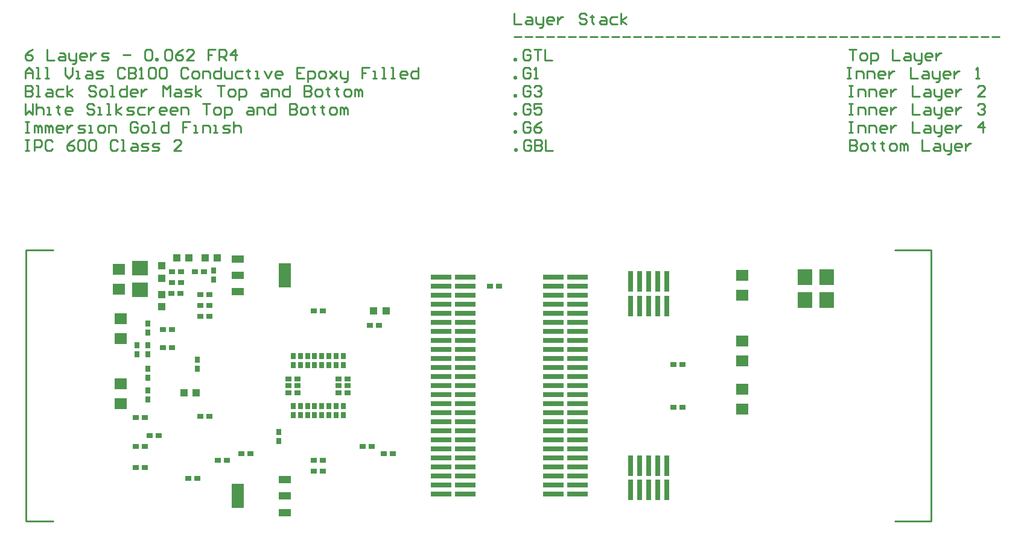
<source format=gtp>
%FSLAX23Y23*%
%MOIN*%
G70*
G01*
G75*
G04 Layer_Color=8421504*
G04 Layer_Color=8421504*
%ADD10R,0.035X0.026*%
%ADD11R,0.026X0.035*%
%ADD12R,0.070X0.062*%
%ADD13R,0.069X0.138*%
%ADD14R,0.069X0.043*%
%ADD15R,0.069X0.043*%
%ADD16R,0.085X0.080*%
%ADD17R,0.080X0.085*%
%ADD18R,0.028X0.035*%
%ADD19R,0.071X0.063*%
%ADD20R,0.043X0.039*%
%ADD21R,0.029X0.115*%
%ADD22R,0.039X0.043*%
%ADD23R,0.115X0.029*%
%ADD24C,0.005*%
%ADD25C,0.008*%
%ADD26C,0.010*%
%ADD27C,0.012*%
%ADD28C,0.010*%
%ADD29C,0.018*%
%ADD30C,0.200*%
%ADD31C,0.050*%
%ADD32C,0.020*%
%ADD33R,0.071X0.071*%
%ADD34R,0.091X0.021*%
%ADD35C,0.014*%
%ADD36R,0.087X0.024*%
%ADD37R,0.087X0.024*%
%ADD38R,0.075X0.024*%
%ADD39R,0.091X0.021*%
%ADD40C,0.016*%
%ADD41C,0.006*%
%ADD42C,0.020*%
D10*
X-808Y630D02*
D03*
X-758D02*
D03*
X-682D02*
D03*
X-632D02*
D03*
X-651Y445D02*
D03*
X-601D02*
D03*
X163Y0D02*
D03*
X113D02*
D03*
X25Y-413D02*
D03*
X-25D02*
D03*
X-424Y-374D02*
D03*
X-374D02*
D03*
X-163Y39D02*
D03*
X-113D02*
D03*
X163D02*
D03*
X113D02*
D03*
X25Y413D02*
D03*
X-25D02*
D03*
X-163Y0D02*
D03*
X-113D02*
D03*
X-163Y-39D02*
D03*
X-113D02*
D03*
X113D02*
D03*
X163D02*
D03*
X363Y-374D02*
D03*
X413D02*
D03*
X1963Y118D02*
D03*
X2013D02*
D03*
Y-118D02*
D03*
X1963D02*
D03*
X950Y550D02*
D03*
X1000D02*
D03*
X-25Y-472D02*
D03*
X25D02*
D03*
X245Y-335D02*
D03*
X295D02*
D03*
X-809Y210D02*
D03*
X-859D02*
D03*
Y310D02*
D03*
X-809D02*
D03*
X-758Y571D02*
D03*
X-808D02*
D03*
X-651Y504D02*
D03*
X-601D02*
D03*
X-762Y512D02*
D03*
X-812D02*
D03*
X-668Y-512D02*
D03*
X-718D02*
D03*
X-651Y-169D02*
D03*
X-601D02*
D03*
X-959Y-177D02*
D03*
X-1009D02*
D03*
Y-453D02*
D03*
X-959D02*
D03*
X-881Y-276D02*
D03*
X-931D02*
D03*
X-601Y386D02*
D03*
X-651D02*
D03*
X-1009Y-335D02*
D03*
X-959D02*
D03*
X-556Y-413D02*
D03*
X-506D02*
D03*
X335Y335D02*
D03*
X285D02*
D03*
D11*
X-1000Y225D02*
D03*
Y175D02*
D03*
X-940Y-75D02*
D03*
Y-25D02*
D03*
X59Y113D02*
D03*
Y163D02*
D03*
X-20Y-163D02*
D03*
Y-113D02*
D03*
X-98Y113D02*
D03*
Y163D02*
D03*
X20Y-113D02*
D03*
Y-163D02*
D03*
Y113D02*
D03*
Y163D02*
D03*
X-20D02*
D03*
Y113D02*
D03*
X98Y-113D02*
D03*
Y-163D02*
D03*
X59Y-113D02*
D03*
Y-163D02*
D03*
X98Y163D02*
D03*
Y113D02*
D03*
X-59Y-113D02*
D03*
Y-163D02*
D03*
Y163D02*
D03*
Y113D02*
D03*
X-98Y-113D02*
D03*
Y-163D02*
D03*
X-217Y-306D02*
D03*
Y-256D02*
D03*
X138Y-163D02*
D03*
Y-113D02*
D03*
X-138D02*
D03*
Y-163D02*
D03*
X138Y163D02*
D03*
Y113D02*
D03*
X-138D02*
D03*
Y163D02*
D03*
X-579Y639D02*
D03*
Y589D02*
D03*
X-669Y93D02*
D03*
Y143D02*
D03*
D12*
X2343Y248D02*
D03*
Y138D02*
D03*
Y-130D02*
D03*
X-1102Y536D02*
D03*
X2343Y610D02*
D03*
Y500D02*
D03*
Y-20D02*
D03*
X-1102Y646D02*
D03*
D13*
X-445Y-610D02*
D03*
X-185Y610D02*
D03*
D14*
X-185Y-520D02*
D03*
Y-610D02*
D03*
X-445Y610D02*
D03*
Y520D02*
D03*
D15*
X-185Y-701D02*
D03*
X-445Y701D02*
D03*
D16*
X-984Y531D02*
D03*
Y651D02*
D03*
D17*
X2810Y475D02*
D03*
X2690D02*
D03*
X2810Y600D02*
D03*
X2690D02*
D03*
D18*
X-940Y44D02*
D03*
Y96D02*
D03*
Y174D02*
D03*
Y226D02*
D03*
Y294D02*
D03*
Y346D02*
D03*
D19*
X-1090Y260D02*
D03*
Y370D02*
D03*
Y10D02*
D03*
Y-100D02*
D03*
D20*
X-742Y-39D02*
D03*
X-675D02*
D03*
X-715Y709D02*
D03*
X-781D02*
D03*
X-557Y709D02*
D03*
X-624D02*
D03*
X307Y413D02*
D03*
X374D02*
D03*
D21*
X1725Y-577D02*
D03*
X1775D02*
D03*
X1825D02*
D03*
X1875D02*
D03*
X1925D02*
D03*
X1725Y-442D02*
D03*
X1775D02*
D03*
X1825D02*
D03*
X1875D02*
D03*
X1925D02*
D03*
Y577D02*
D03*
X1875D02*
D03*
X1825D02*
D03*
X1775D02*
D03*
X1725D02*
D03*
X1925Y442D02*
D03*
X1875D02*
D03*
X1825D02*
D03*
X1775D02*
D03*
X1725D02*
D03*
D22*
X-866Y439D02*
D03*
Y506D02*
D03*
X-866Y663D02*
D03*
Y596D02*
D03*
D23*
X678Y600D02*
D03*
Y550D02*
D03*
Y500D02*
D03*
Y450D02*
D03*
Y400D02*
D03*
Y350D02*
D03*
Y300D02*
D03*
Y250D02*
D03*
Y200D02*
D03*
Y150D02*
D03*
Y100D02*
D03*
Y50D02*
D03*
Y0D02*
D03*
Y-50D02*
D03*
Y-100D02*
D03*
Y-150D02*
D03*
Y-200D02*
D03*
Y-250D02*
D03*
Y-300D02*
D03*
Y-350D02*
D03*
Y-400D02*
D03*
Y-450D02*
D03*
Y-500D02*
D03*
Y-550D02*
D03*
Y-600D02*
D03*
X813Y600D02*
D03*
Y550D02*
D03*
Y500D02*
D03*
Y450D02*
D03*
Y400D02*
D03*
Y350D02*
D03*
Y300D02*
D03*
Y250D02*
D03*
Y200D02*
D03*
Y150D02*
D03*
Y100D02*
D03*
Y50D02*
D03*
Y0D02*
D03*
Y-50D02*
D03*
Y-100D02*
D03*
Y-150D02*
D03*
Y-200D02*
D03*
Y-250D02*
D03*
Y-300D02*
D03*
Y-350D02*
D03*
Y-400D02*
D03*
Y-450D02*
D03*
Y-500D02*
D03*
Y-550D02*
D03*
Y-600D02*
D03*
X1433Y-550D02*
D03*
Y-500D02*
D03*
Y-450D02*
D03*
Y-400D02*
D03*
Y-350D02*
D03*
Y-300D02*
D03*
Y-250D02*
D03*
Y-200D02*
D03*
Y-150D02*
D03*
Y-100D02*
D03*
Y-50D02*
D03*
Y0D02*
D03*
Y50D02*
D03*
Y100D02*
D03*
Y150D02*
D03*
Y200D02*
D03*
Y250D02*
D03*
Y300D02*
D03*
Y350D02*
D03*
Y400D02*
D03*
Y450D02*
D03*
Y500D02*
D03*
Y550D02*
D03*
Y600D02*
D03*
X1298Y-550D02*
D03*
Y-500D02*
D03*
Y-450D02*
D03*
Y-400D02*
D03*
Y-350D02*
D03*
Y-300D02*
D03*
Y-250D02*
D03*
Y-200D02*
D03*
Y-150D02*
D03*
Y-100D02*
D03*
Y-50D02*
D03*
Y0D02*
D03*
Y50D02*
D03*
Y100D02*
D03*
Y150D02*
D03*
Y200D02*
D03*
Y250D02*
D03*
Y300D02*
D03*
Y350D02*
D03*
Y400D02*
D03*
Y450D02*
D03*
Y500D02*
D03*
Y550D02*
D03*
Y600D02*
D03*
X1433Y-600D02*
D03*
X1298D02*
D03*
D28*
X3185Y750D02*
X3385D01*
X3185Y-750D02*
X3385D01*
X-1615D02*
X-1465D01*
X-1615Y750D02*
X-1466D01*
X-1615Y-750D02*
Y750D01*
X3385Y-750D02*
Y750D01*
X-1618Y1460D02*
X-1598D01*
X-1608D01*
Y1400D01*
X-1618D01*
X-1598D01*
X-1568D02*
Y1440D01*
X-1558D01*
X-1548Y1430D01*
Y1400D01*
Y1430D01*
X-1538Y1440D01*
X-1528Y1430D01*
Y1400D01*
X-1508D02*
Y1440D01*
X-1498D01*
X-1488Y1430D01*
Y1400D01*
Y1430D01*
X-1478Y1440D01*
X-1468Y1430D01*
Y1400D01*
X-1418D02*
X-1438D01*
X-1448Y1410D01*
Y1430D01*
X-1438Y1440D01*
X-1418D01*
X-1408Y1430D01*
Y1420D01*
X-1448D01*
X-1388Y1440D02*
Y1400D01*
Y1420D01*
X-1378Y1430D01*
X-1368Y1440D01*
X-1358D01*
X-1328Y1400D02*
X-1298D01*
X-1288Y1410D01*
X-1298Y1420D01*
X-1318D01*
X-1328Y1430D01*
X-1318Y1440D01*
X-1288D01*
X-1268Y1400D02*
X-1248D01*
X-1258D01*
Y1440D01*
X-1268D01*
X-1208Y1400D02*
X-1188D01*
X-1178Y1410D01*
Y1430D01*
X-1188Y1440D01*
X-1208D01*
X-1218Y1430D01*
Y1410D01*
X-1208Y1400D01*
X-1158D02*
Y1440D01*
X-1128D01*
X-1118Y1430D01*
Y1400D01*
X-998Y1450D02*
X-1008Y1460D01*
X-1028D01*
X-1038Y1450D01*
Y1410D01*
X-1028Y1400D01*
X-1008D01*
X-998Y1410D01*
Y1430D01*
X-1018D01*
X-968Y1400D02*
X-948D01*
X-938Y1410D01*
Y1430D01*
X-948Y1440D01*
X-968D01*
X-978Y1430D01*
Y1410D01*
X-968Y1400D01*
X-918D02*
X-898D01*
X-908D01*
Y1460D01*
X-918D01*
X-828D02*
Y1400D01*
X-858D01*
X-868Y1410D01*
Y1430D01*
X-858Y1440D01*
X-828D01*
X-708Y1460D02*
X-748D01*
Y1430D01*
X-728D01*
X-748D01*
Y1400D01*
X-688D02*
X-668D01*
X-678D01*
Y1440D01*
X-688D01*
X-638Y1400D02*
Y1440D01*
X-608D01*
X-598Y1430D01*
Y1400D01*
X-578D02*
X-558D01*
X-568D01*
Y1440D01*
X-578D01*
X-528Y1400D02*
X-498D01*
X-488Y1410D01*
X-498Y1420D01*
X-518D01*
X-528Y1430D01*
X-518Y1440D01*
X-488D01*
X-468Y1460D02*
Y1400D01*
Y1430D01*
X-458Y1440D01*
X-438D01*
X-428Y1430D01*
Y1400D01*
X-1618Y1560D02*
Y1500D01*
X-1598Y1520D01*
X-1578Y1500D01*
Y1560D01*
X-1558D02*
Y1500D01*
Y1530D01*
X-1548Y1540D01*
X-1528D01*
X-1518Y1530D01*
Y1500D01*
X-1498D02*
X-1478D01*
X-1488D01*
Y1540D01*
X-1498D01*
X-1438Y1550D02*
Y1540D01*
X-1448D01*
X-1428D01*
X-1438D01*
Y1510D01*
X-1428Y1500D01*
X-1368D02*
X-1388D01*
X-1398Y1510D01*
Y1530D01*
X-1388Y1540D01*
X-1368D01*
X-1358Y1530D01*
Y1520D01*
X-1398D01*
X-1238Y1550D02*
X-1248Y1560D01*
X-1268D01*
X-1278Y1550D01*
Y1540D01*
X-1268Y1530D01*
X-1248D01*
X-1238Y1520D01*
Y1510D01*
X-1248Y1500D01*
X-1268D01*
X-1278Y1510D01*
X-1218Y1500D02*
X-1198D01*
X-1208D01*
Y1540D01*
X-1218D01*
X-1168Y1500D02*
X-1148D01*
X-1158D01*
Y1560D01*
X-1168D01*
X-1118Y1500D02*
Y1560D01*
Y1520D02*
X-1088Y1540D01*
X-1118Y1520D02*
X-1088Y1500D01*
X-1058D02*
X-1028D01*
X-1018Y1510D01*
X-1028Y1520D01*
X-1048D01*
X-1058Y1530D01*
X-1048Y1540D01*
X-1018D01*
X-958D02*
X-988D01*
X-998Y1530D01*
Y1510D01*
X-988Y1500D01*
X-958D01*
X-938Y1540D02*
Y1500D01*
Y1520D01*
X-928Y1530D01*
X-918Y1540D01*
X-908D01*
X-848Y1500D02*
X-868D01*
X-878Y1510D01*
Y1530D01*
X-868Y1540D01*
X-848D01*
X-838Y1530D01*
Y1520D01*
X-878D01*
X-788Y1500D02*
X-808D01*
X-818Y1510D01*
Y1530D01*
X-808Y1540D01*
X-788D01*
X-778Y1530D01*
Y1520D01*
X-818D01*
X-758Y1500D02*
Y1540D01*
X-728D01*
X-718Y1530D01*
Y1500D01*
X-638Y1560D02*
X-598D01*
X-618D01*
Y1500D01*
X-568D02*
X-548D01*
X-538Y1510D01*
Y1530D01*
X-548Y1540D01*
X-568D01*
X-578Y1530D01*
Y1510D01*
X-568Y1500D01*
X-518Y1480D02*
Y1540D01*
X-488D01*
X-478Y1530D01*
Y1510D01*
X-488Y1500D01*
X-518D01*
X-389Y1540D02*
X-369D01*
X-359Y1530D01*
Y1500D01*
X-389D01*
X-399Y1510D01*
X-389Y1520D01*
X-359D01*
X-339Y1500D02*
Y1540D01*
X-309D01*
X-299Y1530D01*
Y1500D01*
X-239Y1560D02*
Y1500D01*
X-269D01*
X-279Y1510D01*
Y1530D01*
X-269Y1540D01*
X-239D01*
X-159Y1560D02*
Y1500D01*
X-129D01*
X-119Y1510D01*
Y1520D01*
X-129Y1530D01*
X-159D01*
X-129D01*
X-119Y1540D01*
Y1550D01*
X-129Y1560D01*
X-159D01*
X-89Y1500D02*
X-69D01*
X-59Y1510D01*
Y1530D01*
X-69Y1540D01*
X-89D01*
X-99Y1530D01*
Y1510D01*
X-89Y1500D01*
X-29Y1550D02*
Y1540D01*
X-39D01*
X-19D01*
X-29D01*
Y1510D01*
X-19Y1500D01*
X21Y1550D02*
Y1540D01*
X11D01*
X31D01*
X21D01*
Y1510D01*
X31Y1500D01*
X71D02*
X91D01*
X101Y1510D01*
Y1530D01*
X91Y1540D01*
X71D01*
X61Y1530D01*
Y1510D01*
X71Y1500D01*
X121D02*
Y1540D01*
X131D01*
X141Y1530D01*
Y1500D01*
Y1530D01*
X151Y1540D01*
X161Y1530D01*
Y1500D01*
X-1618Y1660D02*
Y1600D01*
X-1588D01*
X-1578Y1610D01*
Y1620D01*
X-1588Y1630D01*
X-1618D01*
X-1588D01*
X-1578Y1640D01*
Y1650D01*
X-1588Y1660D01*
X-1618D01*
X-1558Y1600D02*
X-1538D01*
X-1548D01*
Y1660D01*
X-1558D01*
X-1498Y1640D02*
X-1478D01*
X-1468Y1630D01*
Y1600D01*
X-1498D01*
X-1508Y1610D01*
X-1498Y1620D01*
X-1468D01*
X-1408Y1640D02*
X-1438D01*
X-1448Y1630D01*
Y1610D01*
X-1438Y1600D01*
X-1408D01*
X-1388D02*
Y1660D01*
Y1620D02*
X-1358Y1640D01*
X-1388Y1620D02*
X-1358Y1600D01*
X-1228Y1650D02*
X-1238Y1660D01*
X-1258D01*
X-1268Y1650D01*
Y1640D01*
X-1258Y1630D01*
X-1238D01*
X-1228Y1620D01*
Y1610D01*
X-1238Y1600D01*
X-1258D01*
X-1268Y1610D01*
X-1198Y1600D02*
X-1178D01*
X-1168Y1610D01*
Y1630D01*
X-1178Y1640D01*
X-1198D01*
X-1208Y1630D01*
Y1610D01*
X-1198Y1600D01*
X-1148D02*
X-1128D01*
X-1138D01*
Y1660D01*
X-1148D01*
X-1058D02*
Y1600D01*
X-1088D01*
X-1098Y1610D01*
Y1630D01*
X-1088Y1640D01*
X-1058D01*
X-1008Y1600D02*
X-1028D01*
X-1038Y1610D01*
Y1630D01*
X-1028Y1640D01*
X-1008D01*
X-998Y1630D01*
Y1620D01*
X-1038D01*
X-978Y1640D02*
Y1600D01*
Y1620D01*
X-968Y1630D01*
X-958Y1640D01*
X-948D01*
X-858Y1600D02*
Y1660D01*
X-838Y1640D01*
X-818Y1660D01*
Y1600D01*
X-788Y1640D02*
X-768D01*
X-758Y1630D01*
Y1600D01*
X-788D01*
X-798Y1610D01*
X-788Y1620D01*
X-758D01*
X-738Y1600D02*
X-708D01*
X-698Y1610D01*
X-708Y1620D01*
X-728D01*
X-738Y1630D01*
X-728Y1640D01*
X-698D01*
X-678Y1600D02*
Y1660D01*
Y1620D02*
X-648Y1640D01*
X-678Y1620D02*
X-648Y1600D01*
X-558Y1660D02*
X-518D01*
X-538D01*
Y1600D01*
X-488D02*
X-468D01*
X-458Y1610D01*
Y1630D01*
X-468Y1640D01*
X-488D01*
X-498Y1630D01*
Y1610D01*
X-488Y1600D01*
X-438Y1580D02*
Y1640D01*
X-409D01*
X-399Y1630D01*
Y1610D01*
X-409Y1600D01*
X-438D01*
X-309Y1640D02*
X-289D01*
X-279Y1630D01*
Y1600D01*
X-309D01*
X-319Y1610D01*
X-309Y1620D01*
X-279D01*
X-259Y1600D02*
Y1640D01*
X-229D01*
X-219Y1630D01*
Y1600D01*
X-159Y1660D02*
Y1600D01*
X-189D01*
X-199Y1610D01*
Y1630D01*
X-189Y1640D01*
X-159D01*
X-79Y1660D02*
Y1600D01*
X-49D01*
X-39Y1610D01*
Y1620D01*
X-49Y1630D01*
X-79D01*
X-49D01*
X-39Y1640D01*
Y1650D01*
X-49Y1660D01*
X-79D01*
X-9Y1600D02*
X11D01*
X21Y1610D01*
Y1630D01*
X11Y1640D01*
X-9D01*
X-19Y1630D01*
Y1610D01*
X-9Y1600D01*
X51Y1650D02*
Y1640D01*
X41D01*
X61D01*
X51D01*
Y1610D01*
X61Y1600D01*
X101Y1650D02*
Y1640D01*
X91D01*
X111D01*
X101D01*
Y1610D01*
X111Y1600D01*
X151D02*
X171D01*
X181Y1610D01*
Y1630D01*
X171Y1640D01*
X151D01*
X141Y1630D01*
Y1610D01*
X151Y1600D01*
X201D02*
Y1640D01*
X211D01*
X221Y1630D01*
Y1600D01*
Y1630D01*
X231Y1640D01*
X241Y1630D01*
Y1600D01*
X-1618Y1700D02*
Y1740D01*
X-1598Y1760D01*
X-1578Y1740D01*
Y1700D01*
Y1730D01*
X-1618D01*
X-1558Y1700D02*
X-1538D01*
X-1548D01*
Y1760D01*
X-1558D01*
X-1508Y1700D02*
X-1488D01*
X-1498D01*
Y1760D01*
X-1508D01*
X-1398D02*
Y1720D01*
X-1378Y1700D01*
X-1358Y1720D01*
Y1760D01*
X-1338Y1700D02*
X-1318D01*
X-1328D01*
Y1740D01*
X-1338D01*
X-1278D02*
X-1258D01*
X-1248Y1730D01*
Y1700D01*
X-1278D01*
X-1288Y1710D01*
X-1278Y1720D01*
X-1248D01*
X-1228Y1700D02*
X-1198D01*
X-1188Y1710D01*
X-1198Y1720D01*
X-1218D01*
X-1228Y1730D01*
X-1218Y1740D01*
X-1188D01*
X-1068Y1750D02*
X-1078Y1760D01*
X-1098D01*
X-1108Y1750D01*
Y1710D01*
X-1098Y1700D01*
X-1078D01*
X-1068Y1710D01*
X-1048Y1760D02*
Y1700D01*
X-1018D01*
X-1008Y1710D01*
Y1720D01*
X-1018Y1730D01*
X-1048D01*
X-1018D01*
X-1008Y1740D01*
Y1750D01*
X-1018Y1760D01*
X-1048D01*
X-988Y1700D02*
X-968D01*
X-978D01*
Y1760D01*
X-988Y1750D01*
X-938D02*
X-928Y1760D01*
X-908D01*
X-898Y1750D01*
Y1710D01*
X-908Y1700D01*
X-928D01*
X-938Y1710D01*
Y1750D01*
X-878D02*
X-868Y1760D01*
X-848D01*
X-838Y1750D01*
Y1710D01*
X-848Y1700D01*
X-868D01*
X-878Y1710D01*
Y1750D01*
X-718D02*
X-728Y1760D01*
X-748D01*
X-758Y1750D01*
Y1710D01*
X-748Y1700D01*
X-728D01*
X-718Y1710D01*
X-688Y1700D02*
X-668D01*
X-658Y1710D01*
Y1730D01*
X-668Y1740D01*
X-688D01*
X-698Y1730D01*
Y1710D01*
X-688Y1700D01*
X-638D02*
Y1740D01*
X-608D01*
X-598Y1730D01*
Y1700D01*
X-538Y1760D02*
Y1700D01*
X-568D01*
X-578Y1710D01*
Y1730D01*
X-568Y1740D01*
X-538D01*
X-518D02*
Y1710D01*
X-508Y1700D01*
X-478D01*
Y1740D01*
X-418D02*
X-448D01*
X-458Y1730D01*
Y1710D01*
X-448Y1700D01*
X-418D01*
X-389Y1750D02*
Y1740D01*
X-399D01*
X-379D01*
X-389D01*
Y1710D01*
X-379Y1700D01*
X-349D02*
X-329D01*
X-339D01*
Y1740D01*
X-349D01*
X-299D02*
X-279Y1700D01*
X-259Y1740D01*
X-209Y1700D02*
X-229D01*
X-239Y1710D01*
Y1730D01*
X-229Y1740D01*
X-209D01*
X-199Y1730D01*
Y1720D01*
X-239D01*
X-79Y1760D02*
X-119D01*
Y1700D01*
X-79D01*
X-119Y1730D02*
X-99D01*
X-59Y1680D02*
Y1740D01*
X-29D01*
X-19Y1730D01*
Y1710D01*
X-29Y1700D01*
X-59D01*
X11D02*
X31D01*
X41Y1710D01*
Y1730D01*
X31Y1740D01*
X11D01*
X1Y1730D01*
Y1710D01*
X11Y1700D01*
X61Y1740D02*
X101Y1700D01*
X81Y1720D01*
X101Y1740D01*
X61Y1700D01*
X121Y1740D02*
Y1710D01*
X131Y1700D01*
X161D01*
Y1690D01*
X151Y1680D01*
X141D01*
X161Y1700D02*
Y1740D01*
X281Y1760D02*
X241D01*
Y1730D01*
X261D01*
X241D01*
Y1700D01*
X301D02*
X321D01*
X311D01*
Y1740D01*
X301D01*
X351Y1700D02*
X371D01*
X361D01*
Y1760D01*
X351D01*
X401Y1700D02*
X421D01*
X411D01*
Y1760D01*
X401D01*
X481Y1700D02*
X461D01*
X451Y1710D01*
Y1730D01*
X461Y1740D01*
X481D01*
X491Y1730D01*
Y1720D01*
X451D01*
X551Y1760D02*
Y1700D01*
X521D01*
X511Y1710D01*
Y1730D01*
X521Y1740D01*
X551D01*
X-1578Y1860D02*
X-1598Y1850D01*
X-1618Y1830D01*
Y1810D01*
X-1608Y1800D01*
X-1588D01*
X-1578Y1810D01*
Y1820D01*
X-1588Y1830D01*
X-1618D01*
X-1498Y1860D02*
Y1800D01*
X-1458D01*
X-1428Y1840D02*
X-1408D01*
X-1398Y1830D01*
Y1800D01*
X-1428D01*
X-1438Y1810D01*
X-1428Y1820D01*
X-1398D01*
X-1378Y1840D02*
Y1810D01*
X-1368Y1800D01*
X-1338D01*
Y1790D01*
X-1348Y1780D01*
X-1358D01*
X-1338Y1800D02*
Y1840D01*
X-1288Y1800D02*
X-1308D01*
X-1318Y1810D01*
Y1830D01*
X-1308Y1840D01*
X-1288D01*
X-1278Y1830D01*
Y1820D01*
X-1318D01*
X-1258Y1840D02*
Y1800D01*
Y1820D01*
X-1248Y1830D01*
X-1238Y1840D01*
X-1228D01*
X-1198Y1800D02*
X-1168D01*
X-1158Y1810D01*
X-1168Y1820D01*
X-1188D01*
X-1198Y1830D01*
X-1188Y1840D01*
X-1158D01*
X-1078Y1830D02*
X-1038D01*
X-958Y1850D02*
X-948Y1860D01*
X-928D01*
X-918Y1850D01*
Y1810D01*
X-928Y1800D01*
X-948D01*
X-958Y1810D01*
Y1850D01*
X-898Y1800D02*
Y1810D01*
X-888D01*
Y1800D01*
X-898D01*
X-848Y1850D02*
X-838Y1860D01*
X-818D01*
X-808Y1850D01*
Y1810D01*
X-818Y1800D01*
X-838D01*
X-848Y1810D01*
Y1850D01*
X-748Y1860D02*
X-768Y1850D01*
X-788Y1830D01*
Y1810D01*
X-778Y1800D01*
X-758D01*
X-748Y1810D01*
Y1820D01*
X-758Y1830D01*
X-788D01*
X-688Y1800D02*
X-728D01*
X-688Y1840D01*
Y1850D01*
X-698Y1860D01*
X-718D01*
X-728Y1850D01*
X-568Y1860D02*
X-608D01*
Y1830D01*
X-588D01*
X-608D01*
Y1800D01*
X-548D02*
Y1860D01*
X-518D01*
X-508Y1850D01*
Y1830D01*
X-518Y1820D01*
X-548D01*
X-528D02*
X-508Y1800D01*
X-458D02*
Y1860D01*
X-488Y1830D01*
X-448D01*
X-1618Y1360D02*
X-1598D01*
X-1608D01*
Y1300D01*
X-1618D01*
X-1598D01*
X-1568D02*
Y1360D01*
X-1538D01*
X-1528Y1350D01*
Y1330D01*
X-1538Y1320D01*
X-1568D01*
X-1468Y1350D02*
X-1478Y1360D01*
X-1498D01*
X-1508Y1350D01*
Y1310D01*
X-1498Y1300D01*
X-1478D01*
X-1468Y1310D01*
X-1348Y1360D02*
X-1368Y1350D01*
X-1388Y1330D01*
Y1310D01*
X-1378Y1300D01*
X-1358D01*
X-1348Y1310D01*
Y1320D01*
X-1358Y1330D01*
X-1388D01*
X-1328Y1350D02*
X-1318Y1360D01*
X-1298D01*
X-1288Y1350D01*
Y1310D01*
X-1298Y1300D01*
X-1318D01*
X-1328Y1310D01*
Y1350D01*
X-1268D02*
X-1258Y1360D01*
X-1238D01*
X-1228Y1350D01*
Y1310D01*
X-1238Y1300D01*
X-1258D01*
X-1268Y1310D01*
Y1350D01*
X-1108D02*
X-1118Y1360D01*
X-1138D01*
X-1148Y1350D01*
Y1310D01*
X-1138Y1300D01*
X-1118D01*
X-1108Y1310D01*
X-1088Y1300D02*
X-1068D01*
X-1078D01*
Y1360D01*
X-1088D01*
X-1028Y1340D02*
X-1008D01*
X-998Y1330D01*
Y1300D01*
X-1028D01*
X-1038Y1310D01*
X-1028Y1320D01*
X-998D01*
X-978Y1300D02*
X-948D01*
X-938Y1310D01*
X-948Y1320D01*
X-968D01*
X-978Y1330D01*
X-968Y1340D01*
X-938D01*
X-918Y1300D02*
X-888D01*
X-878Y1310D01*
X-888Y1320D01*
X-908D01*
X-918Y1330D01*
X-908Y1340D01*
X-878D01*
X-758Y1300D02*
X-798D01*
X-758Y1340D01*
Y1350D01*
X-768Y1360D01*
X-788D01*
X-798Y1350D01*
X1082Y2060D02*
Y2000D01*
X1122D01*
X1152Y2040D02*
X1172D01*
X1182Y2030D01*
Y2000D01*
X1152D01*
X1142Y2010D01*
X1152Y2020D01*
X1182D01*
X1202Y2040D02*
Y2010D01*
X1212Y2000D01*
X1242D01*
Y1990D01*
X1232Y1980D01*
X1222D01*
X1242Y2000D02*
Y2040D01*
X1292Y2000D02*
X1272D01*
X1262Y2010D01*
Y2030D01*
X1272Y2040D01*
X1292D01*
X1302Y2030D01*
Y2020D01*
X1262D01*
X1322Y2040D02*
Y2000D01*
Y2020D01*
X1332Y2030D01*
X1342Y2040D01*
X1352D01*
X1482Y2050D02*
X1472Y2060D01*
X1452D01*
X1442Y2050D01*
Y2040D01*
X1452Y2030D01*
X1472D01*
X1482Y2020D01*
Y2010D01*
X1472Y2000D01*
X1452D01*
X1442Y2010D01*
X1512Y2050D02*
Y2040D01*
X1502D01*
X1522D01*
X1512D01*
Y2010D01*
X1522Y2000D01*
X1562Y2040D02*
X1582D01*
X1592Y2030D01*
Y2000D01*
X1562D01*
X1552Y2010D01*
X1562Y2020D01*
X1592D01*
X1652Y2040D02*
X1622D01*
X1612Y2030D01*
Y2010D01*
X1622Y2000D01*
X1652D01*
X1672D02*
Y2060D01*
Y2020D02*
X1702Y2040D01*
X1672Y2020D02*
X1702Y2000D01*
X1082Y1930D02*
X1122D01*
X1142D02*
X1182D01*
X1202D02*
X1242D01*
X1262D02*
X1302D01*
X1322D02*
X1362D01*
X1382D02*
X1422D01*
X1442D02*
X1482D01*
X1502D02*
X1542D01*
X1562D02*
X1602D01*
X1622D02*
X1662D01*
X1682D02*
X1722D01*
X1742D02*
X1782D01*
X1802D02*
X1842D01*
X1862D02*
X1902D01*
X1922D02*
X1962D01*
X1982D02*
X2022D01*
X2042D02*
X2082D01*
X2102D02*
X2142D01*
X2162D02*
X2202D01*
X2222D02*
X2262D01*
X2282D02*
X2321D01*
X2341D02*
X2381D01*
X2401D02*
X2441D01*
X2461D02*
X2501D01*
X2521D02*
X2561D01*
X2581D02*
X2621D01*
X2641D02*
X2681D01*
X2701D02*
X2741D01*
X2761D02*
X2801D01*
X2821D02*
X2861D01*
X2881D02*
X2921D01*
X2941D02*
X2981D01*
X3001D02*
X3041D01*
X3061D02*
X3101D01*
X3121D02*
X3161D01*
X3181D02*
X3221D01*
X3241D02*
X3281D01*
X3301D02*
X3341D01*
X3361D02*
X3401D01*
X3421D02*
X3461D01*
X3481D02*
X3521D01*
X3541D02*
X3581D01*
X3601D02*
X3641D01*
X3661D02*
X3701D01*
X3721D02*
X3761D01*
X1082Y1800D02*
Y1810D01*
X1092D01*
Y1800D01*
X1082D01*
X1172Y1850D02*
X1162Y1860D01*
X1142D01*
X1132Y1850D01*
Y1810D01*
X1142Y1800D01*
X1162D01*
X1172Y1810D01*
Y1830D01*
X1152D01*
X1192Y1860D02*
X1232D01*
X1212D01*
Y1800D01*
X1252Y1860D02*
Y1800D01*
X1292D01*
X2931Y1860D02*
X2971D01*
X2951D01*
Y1800D01*
X3001D02*
X3021D01*
X3031Y1810D01*
Y1830D01*
X3021Y1840D01*
X3001D01*
X2991Y1830D01*
Y1810D01*
X3001Y1800D01*
X3051Y1780D02*
Y1840D01*
X3081D01*
X3091Y1830D01*
Y1810D01*
X3081Y1800D01*
X3051D01*
X3171Y1860D02*
Y1800D01*
X3211D01*
X3241Y1840D02*
X3261D01*
X3271Y1830D01*
Y1800D01*
X3241D01*
X3231Y1810D01*
X3241Y1820D01*
X3271D01*
X3291Y1840D02*
Y1810D01*
X3301Y1800D01*
X3331D01*
Y1790D01*
X3321Y1780D01*
X3311D01*
X3331Y1800D02*
Y1840D01*
X3381Y1800D02*
X3361D01*
X3351Y1810D01*
Y1830D01*
X3361Y1840D01*
X3381D01*
X3391Y1830D01*
Y1820D01*
X3351D01*
X3411Y1840D02*
Y1800D01*
Y1820D01*
X3421Y1830D01*
X3431Y1840D01*
X3441D01*
X1082Y1700D02*
Y1710D01*
X1092D01*
Y1700D01*
X1082D01*
X1172Y1750D02*
X1162Y1760D01*
X1142D01*
X1132Y1750D01*
Y1710D01*
X1142Y1700D01*
X1162D01*
X1172Y1710D01*
Y1730D01*
X1152D01*
X1192Y1700D02*
X1212D01*
X1202D01*
Y1760D01*
X1192Y1750D01*
X2921Y1760D02*
X2941D01*
X2931D01*
Y1700D01*
X2921D01*
X2941D01*
X2971D02*
Y1740D01*
X3001D01*
X3011Y1730D01*
Y1700D01*
X3031D02*
Y1740D01*
X3061D01*
X3071Y1730D01*
Y1700D01*
X3121D02*
X3101D01*
X3091Y1710D01*
Y1730D01*
X3101Y1740D01*
X3121D01*
X3131Y1730D01*
Y1720D01*
X3091D01*
X3151Y1740D02*
Y1700D01*
Y1720D01*
X3161Y1730D01*
X3171Y1740D01*
X3181D01*
X3271Y1760D02*
Y1700D01*
X3311D01*
X3341Y1740D02*
X3361D01*
X3371Y1730D01*
Y1700D01*
X3341D01*
X3331Y1710D01*
X3341Y1720D01*
X3371D01*
X3391Y1740D02*
Y1710D01*
X3401Y1700D01*
X3431D01*
Y1690D01*
X3421Y1680D01*
X3411D01*
X3431Y1700D02*
Y1740D01*
X3481Y1700D02*
X3461D01*
X3451Y1710D01*
Y1730D01*
X3461Y1740D01*
X3481D01*
X3491Y1730D01*
Y1720D01*
X3451D01*
X3511Y1740D02*
Y1700D01*
Y1720D01*
X3521Y1730D01*
X3531Y1740D01*
X3541D01*
X3631Y1700D02*
X3651D01*
X3641D01*
Y1760D01*
X3631Y1750D01*
X1082Y1600D02*
Y1610D01*
X1092D01*
Y1600D01*
X1082D01*
X1172Y1650D02*
X1162Y1660D01*
X1142D01*
X1132Y1650D01*
Y1610D01*
X1142Y1600D01*
X1162D01*
X1172Y1610D01*
Y1630D01*
X1152D01*
X1192Y1650D02*
X1202Y1660D01*
X1222D01*
X1232Y1650D01*
Y1640D01*
X1222Y1630D01*
X1212D01*
X1222D01*
X1232Y1620D01*
Y1610D01*
X1222Y1600D01*
X1202D01*
X1192Y1610D01*
X2931Y1660D02*
X2951D01*
X2941D01*
Y1600D01*
X2931D01*
X2951D01*
X2981D02*
Y1640D01*
X3011D01*
X3021Y1630D01*
Y1600D01*
X3041D02*
Y1640D01*
X3071D01*
X3081Y1630D01*
Y1600D01*
X3131D02*
X3111D01*
X3101Y1610D01*
Y1630D01*
X3111Y1640D01*
X3131D01*
X3141Y1630D01*
Y1620D01*
X3101D01*
X3161Y1640D02*
Y1600D01*
Y1620D01*
X3171Y1630D01*
X3181Y1640D01*
X3191D01*
X3281Y1660D02*
Y1600D01*
X3321D01*
X3351Y1640D02*
X3371D01*
X3381Y1630D01*
Y1600D01*
X3351D01*
X3341Y1610D01*
X3351Y1620D01*
X3381D01*
X3401Y1640D02*
Y1610D01*
X3411Y1600D01*
X3441D01*
Y1590D01*
X3431Y1580D01*
X3421D01*
X3441Y1600D02*
Y1640D01*
X3491Y1600D02*
X3471D01*
X3461Y1610D01*
Y1630D01*
X3471Y1640D01*
X3491D01*
X3501Y1630D01*
Y1620D01*
X3461D01*
X3521Y1640D02*
Y1600D01*
Y1620D01*
X3531Y1630D01*
X3541Y1640D01*
X3551D01*
X3681Y1600D02*
X3641D01*
X3681Y1640D01*
Y1650D01*
X3671Y1660D01*
X3651D01*
X3641Y1650D01*
X1082Y1500D02*
Y1510D01*
X1092D01*
Y1500D01*
X1082D01*
X1172Y1550D02*
X1162Y1560D01*
X1142D01*
X1132Y1550D01*
Y1510D01*
X1142Y1500D01*
X1162D01*
X1172Y1510D01*
Y1530D01*
X1152D01*
X1232Y1560D02*
X1192D01*
Y1530D01*
X1212Y1540D01*
X1222D01*
X1232Y1530D01*
Y1510D01*
X1222Y1500D01*
X1202D01*
X1192Y1510D01*
X2931Y1560D02*
X2951D01*
X2941D01*
Y1500D01*
X2931D01*
X2951D01*
X2981D02*
Y1540D01*
X3011D01*
X3021Y1530D01*
Y1500D01*
X3041D02*
Y1540D01*
X3071D01*
X3081Y1530D01*
Y1500D01*
X3131D02*
X3111D01*
X3101Y1510D01*
Y1530D01*
X3111Y1540D01*
X3131D01*
X3141Y1530D01*
Y1520D01*
X3101D01*
X3161Y1540D02*
Y1500D01*
Y1520D01*
X3171Y1530D01*
X3181Y1540D01*
X3191D01*
X3281Y1560D02*
Y1500D01*
X3321D01*
X3351Y1540D02*
X3371D01*
X3381Y1530D01*
Y1500D01*
X3351D01*
X3341Y1510D01*
X3351Y1520D01*
X3381D01*
X3401Y1540D02*
Y1510D01*
X3411Y1500D01*
X3441D01*
Y1490D01*
X3431Y1480D01*
X3421D01*
X3441Y1500D02*
Y1540D01*
X3491Y1500D02*
X3471D01*
X3461Y1510D01*
Y1530D01*
X3471Y1540D01*
X3491D01*
X3501Y1530D01*
Y1520D01*
X3461D01*
X3521Y1540D02*
Y1500D01*
Y1520D01*
X3531Y1530D01*
X3541Y1540D01*
X3551D01*
X3641Y1550D02*
X3651Y1560D01*
X3671D01*
X3681Y1550D01*
Y1540D01*
X3671Y1530D01*
X3661D01*
X3671D01*
X3681Y1520D01*
Y1510D01*
X3671Y1500D01*
X3651D01*
X3641Y1510D01*
X1082Y1400D02*
Y1410D01*
X1092D01*
Y1400D01*
X1082D01*
X1172Y1450D02*
X1162Y1460D01*
X1142D01*
X1132Y1450D01*
Y1410D01*
X1142Y1400D01*
X1162D01*
X1172Y1410D01*
Y1430D01*
X1152D01*
X1232Y1460D02*
X1212Y1450D01*
X1192Y1430D01*
Y1410D01*
X1202Y1400D01*
X1222D01*
X1232Y1410D01*
Y1420D01*
X1222Y1430D01*
X1192D01*
X2931Y1460D02*
X2951D01*
X2941D01*
Y1400D01*
X2931D01*
X2951D01*
X2981D02*
Y1440D01*
X3011D01*
X3021Y1430D01*
Y1400D01*
X3041D02*
Y1440D01*
X3071D01*
X3081Y1430D01*
Y1400D01*
X3131D02*
X3111D01*
X3101Y1410D01*
Y1430D01*
X3111Y1440D01*
X3131D01*
X3141Y1430D01*
Y1420D01*
X3101D01*
X3161Y1440D02*
Y1400D01*
Y1420D01*
X3171Y1430D01*
X3181Y1440D01*
X3191D01*
X3281Y1460D02*
Y1400D01*
X3321D01*
X3351Y1440D02*
X3371D01*
X3381Y1430D01*
Y1400D01*
X3351D01*
X3341Y1410D01*
X3351Y1420D01*
X3381D01*
X3401Y1440D02*
Y1410D01*
X3411Y1400D01*
X3441D01*
Y1390D01*
X3431Y1380D01*
X3421D01*
X3441Y1400D02*
Y1440D01*
X3491Y1400D02*
X3471D01*
X3461Y1410D01*
Y1430D01*
X3471Y1440D01*
X3491D01*
X3501Y1430D01*
Y1420D01*
X3461D01*
X3521Y1440D02*
Y1400D01*
Y1420D01*
X3531Y1430D01*
X3541Y1440D01*
X3551D01*
X3671Y1400D02*
Y1460D01*
X3641Y1430D01*
X3681D01*
X1085Y1300D02*
Y1310D01*
X1095D01*
Y1300D01*
X1085D01*
X1175Y1350D02*
X1165Y1360D01*
X1145D01*
X1135Y1350D01*
Y1310D01*
X1145Y1300D01*
X1165D01*
X1175Y1310D01*
Y1330D01*
X1155D01*
X1195Y1360D02*
Y1300D01*
X1225D01*
X1235Y1310D01*
Y1320D01*
X1225Y1330D01*
X1195D01*
X1225D01*
X1235Y1340D01*
Y1350D01*
X1225Y1360D01*
X1195D01*
X1255D02*
Y1300D01*
X1295D01*
X2934Y1360D02*
Y1300D01*
X2964D01*
X2974Y1310D01*
Y1320D01*
X2964Y1330D01*
X2934D01*
X2964D01*
X2974Y1340D01*
Y1350D01*
X2964Y1360D01*
X2934D01*
X3004Y1300D02*
X3024D01*
X3034Y1310D01*
Y1330D01*
X3024Y1340D01*
X3004D01*
X2994Y1330D01*
Y1310D01*
X3004Y1300D01*
X3064Y1350D02*
Y1340D01*
X3054D01*
X3074D01*
X3064D01*
Y1310D01*
X3074Y1300D01*
X3114Y1350D02*
Y1340D01*
X3104D01*
X3124D01*
X3114D01*
Y1310D01*
X3124Y1300D01*
X3164D02*
X3184D01*
X3194Y1310D01*
Y1330D01*
X3184Y1340D01*
X3164D01*
X3154Y1330D01*
Y1310D01*
X3164Y1300D01*
X3214D02*
Y1340D01*
X3224D01*
X3234Y1330D01*
Y1300D01*
Y1330D01*
X3244Y1340D01*
X3254Y1330D01*
Y1300D01*
X3334Y1360D02*
Y1300D01*
X3374D01*
X3404Y1340D02*
X3424D01*
X3434Y1330D01*
Y1300D01*
X3404D01*
X3394Y1310D01*
X3404Y1320D01*
X3434D01*
X3454Y1340D02*
Y1310D01*
X3464Y1300D01*
X3494D01*
Y1290D01*
X3484Y1280D01*
X3474D01*
X3494Y1300D02*
Y1340D01*
X3544Y1300D02*
X3524D01*
X3514Y1310D01*
Y1330D01*
X3524Y1340D01*
X3544D01*
X3554Y1330D01*
Y1320D01*
X3514D01*
X3574Y1340D02*
Y1300D01*
Y1320D01*
X3584Y1330D01*
X3594Y1340D01*
X3604D01*
M02*

</source>
